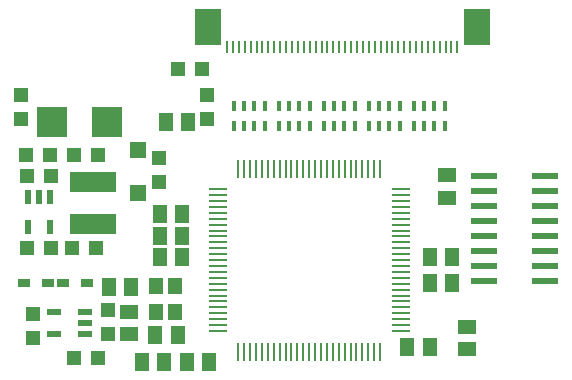
<source format=gbr>
G04 EAGLE Gerber RS-274X export*
G75*
%MOMM*%
%FSLAX34Y34*%
%LPD*%
%INSolderpaste Top*%
%IPPOS*%
%AMOC8*
5,1,8,0,0,1.08239X$1,22.5*%
G01*
%ADD10R,0.270000X1.500000*%
%ADD11R,1.500000X0.270000*%
%ADD12R,1.300000X1.500000*%
%ADD13R,1.200000X1.400000*%
%ADD14R,1.500000X1.300000*%
%ADD15R,0.450000X0.900000*%
%ADD16R,0.250000X1.100000*%
%ADD17R,2.300000X3.100000*%
%ADD18R,0.550000X1.200000*%
%ADD19R,1.200000X1.300000*%
%ADD20R,4.000000X1.800000*%
%ADD21R,1.400000X1.400000*%
%ADD22R,1.300000X1.200000*%
%ADD23R,2.540000X2.540000*%
%ADD24R,1.200000X0.550000*%
%ADD25R,2.200000X0.600000*%
%ADD26R,1.000000X0.800000*%


D10*
X196460Y247680D03*
X201460Y247680D03*
X206460Y247680D03*
X211460Y247680D03*
X216460Y247680D03*
X221460Y247680D03*
X226460Y247680D03*
X231460Y247680D03*
X236460Y247680D03*
X241460Y247680D03*
X246460Y247680D03*
X251460Y247680D03*
X256460Y247680D03*
X261460Y247680D03*
X266460Y247680D03*
X271460Y247680D03*
X276460Y247680D03*
X281460Y247680D03*
X286460Y247680D03*
X291460Y247680D03*
X296460Y247680D03*
X301460Y247680D03*
X306460Y247680D03*
X311460Y247680D03*
X316460Y247680D03*
X196460Y92680D03*
X201460Y92680D03*
X206460Y92680D03*
X211460Y92680D03*
X216460Y92680D03*
X221460Y92680D03*
X226460Y92680D03*
X231460Y92680D03*
X236460Y92680D03*
X241460Y92680D03*
X246460Y92680D03*
X251460Y92680D03*
X256460Y92680D03*
X261460Y92680D03*
X266460Y92680D03*
X271460Y92680D03*
X276460Y92680D03*
X281460Y92680D03*
X286460Y92680D03*
X291460Y92680D03*
X296460Y92680D03*
X301460Y92680D03*
X306460Y92680D03*
X311460Y92680D03*
X316460Y92680D03*
D11*
X333960Y110180D03*
X333960Y115180D03*
X333960Y120180D03*
X333960Y125180D03*
X333960Y130180D03*
X333960Y135180D03*
X333960Y140180D03*
X333960Y145180D03*
X333960Y150180D03*
X333960Y155180D03*
X333960Y160180D03*
X333960Y165180D03*
X333960Y170180D03*
X333960Y175180D03*
X333960Y180180D03*
X333960Y185180D03*
X333960Y190180D03*
X333960Y195180D03*
X333960Y200180D03*
X333960Y205180D03*
X333960Y210180D03*
X333960Y215180D03*
X333960Y220180D03*
X333960Y225180D03*
X333960Y230180D03*
X178960Y230180D03*
X178960Y225180D03*
X178960Y220180D03*
X178960Y215180D03*
X178960Y210180D03*
X178960Y205180D03*
X178960Y200180D03*
X178960Y195180D03*
X178960Y190180D03*
X178960Y185180D03*
X178960Y180180D03*
X178960Y175180D03*
X178960Y170180D03*
X178960Y165180D03*
X178960Y160180D03*
X178960Y155180D03*
X178960Y150180D03*
X178960Y145180D03*
X178960Y140180D03*
X178960Y135180D03*
X178960Y130180D03*
X178960Y125180D03*
X178960Y120180D03*
X178960Y115180D03*
X178960Y110180D03*
D12*
X154200Y287020D03*
X135200Y287020D03*
D13*
X126540Y126160D03*
X126540Y148160D03*
X142540Y126160D03*
X142540Y148160D03*
D14*
X104060Y107340D03*
X104060Y126340D03*
D12*
X86940Y147320D03*
X105940Y147320D03*
X145310Y106680D03*
X126310Y106680D03*
D15*
X306960Y300600D03*
X306960Y283600D03*
X315960Y300600D03*
X323960Y300600D03*
X332960Y300600D03*
X332960Y283600D03*
X315960Y283600D03*
X323960Y283600D03*
X268860Y300600D03*
X268860Y283600D03*
X277860Y300600D03*
X285860Y300600D03*
X294860Y300600D03*
X294860Y283600D03*
X277860Y283600D03*
X285860Y283600D03*
X230760Y300600D03*
X230760Y283600D03*
X239760Y300600D03*
X247760Y300600D03*
X256760Y300600D03*
X256760Y283600D03*
X239760Y283600D03*
X247760Y283600D03*
X192660Y300600D03*
X192660Y283600D03*
X201660Y300600D03*
X209660Y300600D03*
X218660Y300600D03*
X218660Y283600D03*
X201660Y283600D03*
X209660Y283600D03*
X345060Y300600D03*
X345060Y283600D03*
X354060Y300600D03*
X362060Y300600D03*
X371060Y300600D03*
X371060Y283600D03*
X354060Y283600D03*
X362060Y283600D03*
D12*
X149120Y209550D03*
X130120Y209550D03*
X358720Y172720D03*
X377720Y172720D03*
X339670Y96520D03*
X358670Y96520D03*
X171980Y83820D03*
X152980Y83820D03*
D14*
X373300Y241910D03*
X373300Y222910D03*
D12*
X133880Y83820D03*
X114880Y83820D03*
X149120Y190500D03*
X130120Y190500D03*
X149120Y172720D03*
X130120Y172720D03*
X358720Y151130D03*
X377720Y151130D03*
D16*
X186900Y350520D03*
X191900Y350520D03*
X196900Y350520D03*
X201900Y350520D03*
X206900Y350520D03*
X211900Y350520D03*
X216900Y350520D03*
X221900Y350520D03*
X226900Y350520D03*
X231900Y350520D03*
X236900Y350520D03*
X241900Y350520D03*
X246900Y350520D03*
X251900Y350520D03*
X256900Y350520D03*
X261900Y350520D03*
X266900Y350520D03*
X271900Y350520D03*
X276900Y350520D03*
X281900Y350520D03*
X286900Y350520D03*
X291900Y350520D03*
X296900Y350520D03*
X301900Y350520D03*
X306900Y350520D03*
X311900Y350520D03*
X316900Y350520D03*
X321900Y350520D03*
X326900Y350520D03*
X331900Y350520D03*
X336900Y350520D03*
X341900Y350520D03*
X346900Y350520D03*
X351900Y350520D03*
X356900Y350520D03*
X361900Y350520D03*
X366900Y350520D03*
X371900Y350520D03*
X376900Y350520D03*
X381900Y350520D03*
D17*
X398400Y367520D03*
X170400Y367520D03*
D18*
X37360Y223821D03*
X27860Y223821D03*
X18360Y223821D03*
X18360Y197819D03*
X37360Y197819D03*
D19*
X55800Y180340D03*
X76120Y180340D03*
D20*
X73580Y200440D03*
X73580Y236440D03*
D21*
X111680Y263610D03*
X111680Y226610D03*
D19*
X38020Y241300D03*
X17700Y241300D03*
D22*
X129620Y256540D03*
X129620Y236220D03*
D19*
X57150Y259160D03*
X77470Y259160D03*
X17700Y180340D03*
X38020Y180340D03*
D23*
X85645Y287020D03*
X38655Y287020D03*
D22*
X170100Y309880D03*
X170100Y289560D03*
X22780Y104140D03*
X22780Y124460D03*
D19*
X165750Y331980D03*
X145430Y331980D03*
D24*
X66261Y107340D03*
X66261Y116840D03*
X66261Y126340D03*
X40259Y126340D03*
X40259Y107340D03*
D22*
X86280Y107950D03*
X86280Y128270D03*
D19*
X77390Y87630D03*
X57070Y87630D03*
D25*
X404450Y228600D03*
X456450Y203200D03*
X404450Y241300D03*
X404450Y215900D03*
X404450Y203200D03*
X456450Y215900D03*
X456450Y190500D03*
X456450Y177800D03*
X404450Y177800D03*
X456450Y152400D03*
X404450Y190500D03*
X404450Y165100D03*
X456450Y165100D03*
X404450Y152400D03*
X456450Y228600D03*
X456450Y241300D03*
D14*
X389810Y94640D03*
X389810Y113640D03*
D26*
X48420Y151130D03*
X68420Y151130D03*
X35400Y151130D03*
X15400Y151130D03*
D19*
X16510Y259080D03*
X36830Y259080D03*
D22*
X12700Y289560D03*
X12700Y309880D03*
M02*

</source>
